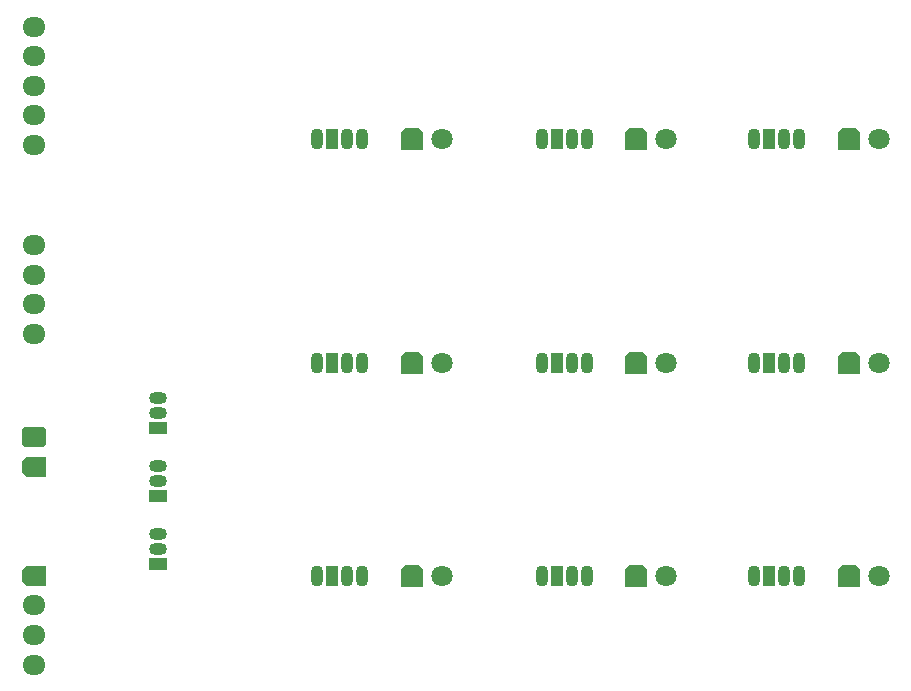
<source format=gbr>
G04 #@! TF.GenerationSoftware,KiCad,Pcbnew,8.0.0*
G04 #@! TF.CreationDate,2024-03-14T11:38:26-06:00*
G04 #@! TF.ProjectId,ColorSensor,436f6c6f-7253-4656-9e73-6f722e6b6963,A*
G04 #@! TF.SameCoordinates,Original*
G04 #@! TF.FileFunction,Soldermask,Bot*
G04 #@! TF.FilePolarity,Negative*
%FSLAX46Y46*%
G04 Gerber Fmt 4.6, Leading zero omitted, Abs format (unit mm)*
G04 Created by KiCad (PCBNEW 8.0.0) date 2024-03-14 11:38:26*
%MOMM*%
%LPD*%
G01*
G04 APERTURE LIST*
G04 Aperture macros list*
%AMRoundRect*
0 Rectangle with rounded corners*
0 $1 Rounding radius*
0 $2 $3 $4 $5 $6 $7 $8 $9 X,Y pos of 4 corners*
0 Add a 4 corners polygon primitive as box body*
4,1,4,$2,$3,$4,$5,$6,$7,$8,$9,$2,$3,0*
0 Add four circle primitives for the rounded corners*
1,1,$1+$1,$2,$3*
1,1,$1+$1,$4,$5*
1,1,$1+$1,$6,$7*
1,1,$1+$1,$8,$9*
0 Add four rect primitives between the rounded corners*
20,1,$1+$1,$2,$3,$4,$5,0*
20,1,$1+$1,$4,$5,$6,$7,0*
20,1,$1+$1,$6,$7,$8,$9,0*
20,1,$1+$1,$8,$9,$2,$3,0*%
%AMOutline5P*
0 Free polygon, 5 corners , with rotation*
0 The origin of the aperture is its center*
0 number of corners: always 5*
0 $1 to $10 corner X, Y*
0 $11 Rotation angle, in degrees counterclockwise*
0 create outline with 5 corners*
4,1,5,$1,$2,$3,$4,$5,$6,$7,$8,$9,$10,$1,$2,$11*%
%AMOutline6P*
0 Free polygon, 6 corners , with rotation*
0 The origin of the aperture is its center*
0 number of corners: always 6*
0 $1 to $12 corner X, Y*
0 $13 Rotation angle, in degrees counterclockwise*
0 create outline with 6 corners*
4,1,6,$1,$2,$3,$4,$5,$6,$7,$8,$9,$10,$11,$12,$1,$2,$13*%
%AMOutline7P*
0 Free polygon, 7 corners , with rotation*
0 The origin of the aperture is its center*
0 number of corners: always 7*
0 $1 to $14 corner X, Y*
0 $15 Rotation angle, in degrees counterclockwise*
0 create outline with 7 corners*
4,1,7,$1,$2,$3,$4,$5,$6,$7,$8,$9,$10,$11,$12,$13,$14,$1,$2,$15*%
%AMOutline8P*
0 Free polygon, 8 corners , with rotation*
0 The origin of the aperture is its center*
0 number of corners: always 8*
0 $1 to $16 corner X, Y*
0 $17 Rotation angle, in degrees counterclockwise*
0 create outline with 8 corners*
4,1,8,$1,$2,$3,$4,$5,$6,$7,$8,$9,$10,$11,$12,$13,$14,$15,$16,$1,$2,$17*%
G04 Aperture macros list end*
%ADD10Outline6P,-0.900000X0.540000X-0.540000X0.900000X0.540000X0.900000X0.900000X0.540000X0.900000X-0.900000X-0.900000X-0.900000X0.000000*%
%ADD11C,1.800000*%
%ADD12O,1.950000X1.700000*%
%ADD13R,1.500000X1.050000*%
%ADD14O,1.500000X1.050000*%
%ADD15O,1.070000X1.800000*%
%ADD16R,1.070000X1.800000*%
%ADD17Outline6P,-0.850000X0.660000X-0.510000X1.000000X0.510000X1.000000X0.850000X0.660000X0.850000X-1.000000X-0.850000X-1.000000X90.000000*%
%ADD18RoundRect,0.250000X0.750000X-0.600000X0.750000X0.600000X-0.750000X0.600000X-0.750000X-0.600000X0*%
%ADD19Outline6P,-0.850000X0.635000X-0.510000X0.975000X0.510000X0.975000X0.850000X0.635000X0.850000X-0.975000X-0.850000X-0.975000X90.000000*%
G04 APERTURE END LIST*
D10*
X134000000Y-81000000D03*
D11*
X136540000Y-81000000D03*
D10*
X171000000Y-100000000D03*
D11*
X173540000Y-100000000D03*
D10*
X153000000Y-118000000D03*
D11*
X155540000Y-118000000D03*
D12*
X101975000Y-81500000D03*
X101975000Y-79000000D03*
X101975000Y-76500000D03*
X101975000Y-74000000D03*
X101975000Y-71500000D03*
D13*
X112500000Y-105500000D03*
D14*
X112500000Y-104230000D03*
X112500000Y-102960000D03*
D15*
X126000000Y-100000000D03*
D16*
X127270000Y-100000000D03*
D15*
X128540000Y-100000000D03*
X129810000Y-100000000D03*
D10*
X153000000Y-100000000D03*
D11*
X155540000Y-100000000D03*
D13*
X112500000Y-117000000D03*
D14*
X112500000Y-115730000D03*
X112500000Y-114460000D03*
D10*
X171000000Y-81000000D03*
D11*
X173540000Y-81000000D03*
D13*
X112500000Y-111270000D03*
D14*
X112500000Y-110000000D03*
X112500000Y-108730000D03*
D15*
X163000000Y-100000000D03*
D16*
X164270000Y-100000000D03*
D15*
X165540000Y-100000000D03*
X166810000Y-100000000D03*
D10*
X153000000Y-81000000D03*
D11*
X155540000Y-81000000D03*
D10*
X171000000Y-118000000D03*
D11*
X173540000Y-118000000D03*
D15*
X145000000Y-100000000D03*
D16*
X146270000Y-100000000D03*
D15*
X147540000Y-100000000D03*
X148810000Y-100000000D03*
X145000000Y-118000000D03*
D16*
X146270000Y-118000000D03*
D15*
X147540000Y-118000000D03*
X148810000Y-118000000D03*
D17*
X101975000Y-108750000D03*
D18*
X101975000Y-106250000D03*
D15*
X163000000Y-81000000D03*
D16*
X164270000Y-81000000D03*
D15*
X165540000Y-81000000D03*
X166810000Y-81000000D03*
X126000000Y-118000000D03*
D16*
X127270000Y-118000000D03*
D15*
X128540000Y-118000000D03*
X129810000Y-118000000D03*
X145000000Y-81000000D03*
D16*
X146270000Y-81000000D03*
D15*
X147540000Y-81000000D03*
X148810000Y-81000000D03*
D12*
X102000000Y-97500000D03*
X102000000Y-95000000D03*
X102000000Y-92500000D03*
X102000000Y-90000000D03*
D10*
X134000000Y-100000000D03*
D11*
X136540000Y-100000000D03*
D10*
X134000000Y-118000000D03*
D11*
X136540000Y-118000000D03*
D15*
X163000000Y-118000000D03*
D16*
X164270000Y-118000000D03*
D15*
X165540000Y-118000000D03*
X166810000Y-118000000D03*
X126000000Y-81000000D03*
D16*
X127270000Y-81000000D03*
D15*
X128540000Y-81000000D03*
X129810000Y-81000000D03*
D12*
X101975000Y-125500000D03*
X101975000Y-123000000D03*
X101975000Y-120500000D03*
D19*
X101975000Y-118000000D03*
M02*

</source>
